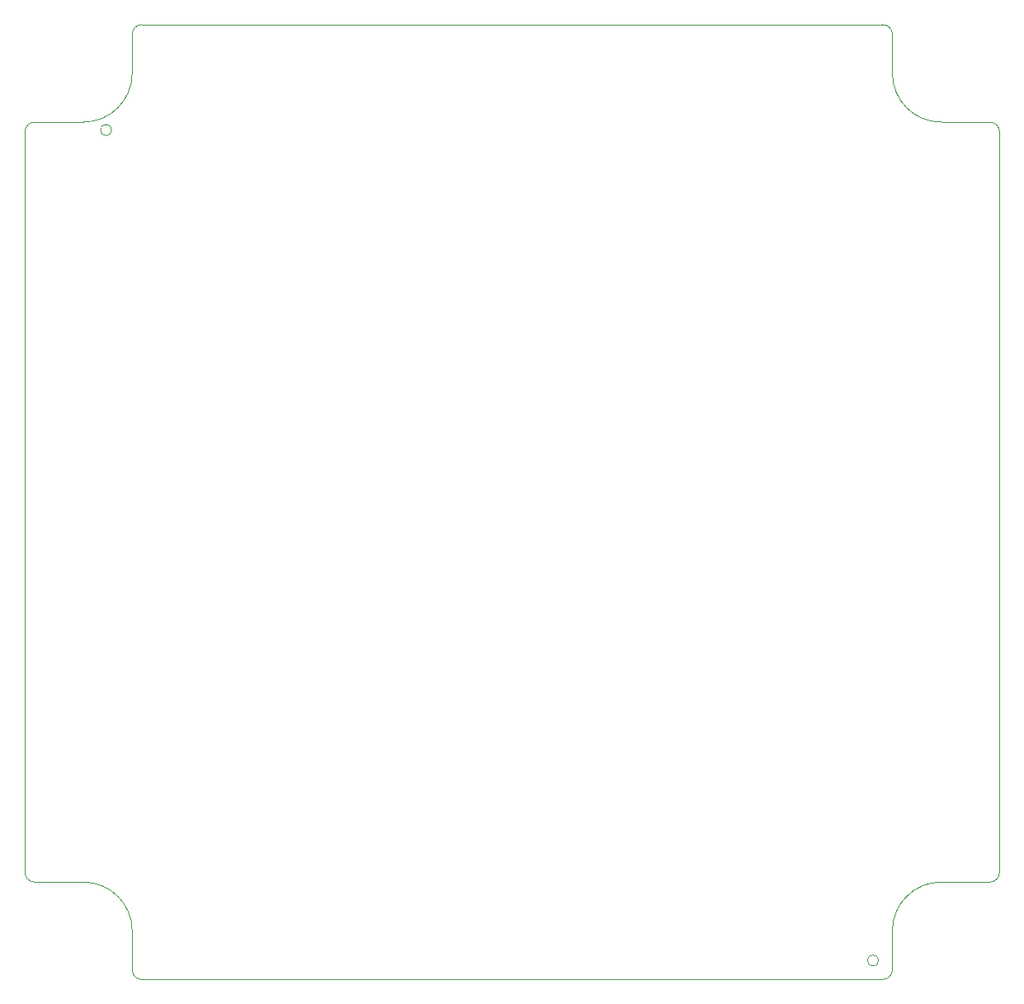
<source format=gbr>
G04 #@! TF.GenerationSoftware,KiCad,Pcbnew,(5.1.7)-1*
G04 #@! TF.CreationDate,2020-11-09T22:13:17+01:00*
G04 #@! TF.ProjectId,vario,76617269-6f2e-46b6-9963-61645f706362,v1.0*
G04 #@! TF.SameCoordinates,Original*
G04 #@! TF.FileFunction,Profile,NP*
%FSLAX46Y46*%
G04 Gerber Fmt 4.6, Leading zero omitted, Abs format (unit mm)*
G04 Created by KiCad (PCBNEW (5.1.7)-1) date 2020-11-09 22:13:17*
%MOMM*%
%LPD*%
G01*
G04 APERTURE LIST*
G04 #@! TA.AperFunction,Profile*
%ADD10C,0.050000*%
G04 #@! TD*
G04 #@! TA.AperFunction,Profile*
%ADD11C,0.120000*%
G04 #@! TD*
G04 APERTURE END LIST*
D10*
X138796000Y-45824000D02*
G75*
G03*
X138796000Y-45824000I-576000J0D01*
G01*
X217492000Y-131064000D02*
G75*
G03*
X217492000Y-131064000I-576000J0D01*
G01*
D11*
X228900000Y-45010000D02*
X223900000Y-45010000D01*
X218900000Y-40010000D02*
X218900000Y-36010000D01*
X135900000Y-45010000D02*
X130900000Y-45010000D01*
X140900000Y-36010000D02*
X140900000Y-40010000D01*
X140900000Y-128010000D02*
X140900000Y-132010000D01*
X135900000Y-123010000D02*
X130900000Y-123010000D01*
X218900000Y-128010000D02*
X218900000Y-132010000D01*
X228900000Y-123010000D02*
X223900000Y-123010000D01*
X179900000Y-133010000D02*
X141900000Y-133010000D01*
X129900000Y-122010000D02*
X129900000Y-46010000D01*
X141900000Y-35010000D02*
X217900000Y-35010000D01*
X229900000Y-46010000D02*
X229900000Y-122010000D01*
X217900000Y-133010000D02*
X179900000Y-133010000D01*
X228900000Y-123010000D02*
X228900000Y-123010000D01*
X130900000Y-45010000D02*
X130900000Y-45010000D01*
X130900000Y-123010000D02*
X130900000Y-123010000D01*
X140900000Y-40010000D02*
G75*
G02*
X135900000Y-45010000I-5000000J0D01*
G01*
X135900000Y-123010000D02*
G75*
G02*
X140900000Y-128010000I0J-5000000D01*
G01*
X218900000Y-128010000D02*
G75*
G02*
X223900000Y-123010000I5000000J0D01*
G01*
X223900000Y-45010000D02*
G75*
G02*
X218900000Y-40010000I0J5000000D01*
G01*
X218900000Y-132010000D02*
G75*
G02*
X217900000Y-133010000I-1000000J0D01*
G01*
X229900000Y-122010000D02*
G75*
G02*
X228900000Y-123010000I-1000000J0D01*
G01*
X228900000Y-45010000D02*
G75*
G02*
X229900000Y-46010000I0J-1000000D01*
G01*
X217900000Y-35010000D02*
G75*
G02*
X218900000Y-36010000I0J-1000000D01*
G01*
X140900000Y-36010000D02*
G75*
G02*
X141900000Y-35010000I1000000J0D01*
G01*
X129900000Y-46010000D02*
G75*
G02*
X130900000Y-45010000I1000000J0D01*
G01*
X141900000Y-133010000D02*
G75*
G02*
X140900000Y-132010000I0J1000000D01*
G01*
X130900000Y-123010000D02*
G75*
G02*
X129900000Y-122010000I0J1000000D01*
G01*
M02*

</source>
